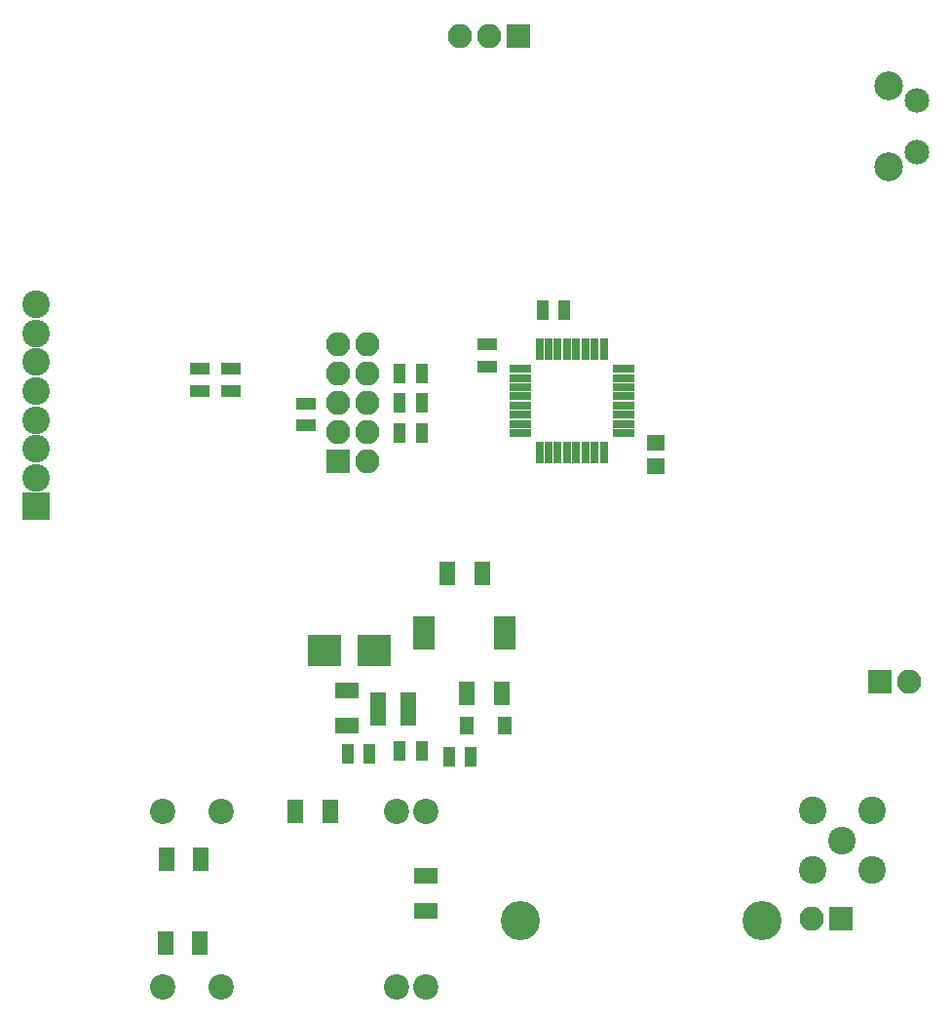
<source format=gbr>
G04 #@! TF.GenerationSoftware,KiCad,Pcbnew,(5.1.2)-1*
G04 #@! TF.CreationDate,2019-12-09T15:18:37+03:00*
G04 #@! TF.ProjectId,controller_board,636f6e74-726f-46c6-9c65-725f626f6172,rev?*
G04 #@! TF.SameCoordinates,Original*
G04 #@! TF.FileFunction,Soldermask,Bot*
G04 #@! TF.FilePolarity,Negative*
%FSLAX46Y46*%
G04 Gerber Fmt 4.6, Leading zero omitted, Abs format (unit mm)*
G04 Created by KiCad (PCBNEW (5.1.2)-1) date 2019-12-09 15:18:37*
%MOMM*%
%LPD*%
G04 APERTURE LIST*
%ADD10C,3.400000*%
%ADD11C,2.400000*%
%ADD12C,2.200000*%
%ADD13O,2.100000X2.100000*%
%ADD14R,2.100000X2.100000*%
%ADD15R,1.400000X2.000000*%
%ADD16R,2.000000X1.400000*%
%ADD17R,1.650000X1.400000*%
%ADD18R,1.400000X1.100000*%
%ADD19R,2.900000X2.700000*%
%ADD20R,1.300000X1.600000*%
%ADD21R,2.400000X2.400000*%
%ADD22R,1.900000X2.900000*%
%ADD23C,2.500000*%
%ADD24C,2.150000*%
%ADD25R,0.800000X1.900000*%
%ADD26R,1.900000X0.800000*%
%ADD27R,1.700000X1.100000*%
%ADD28R,1.100000X1.700000*%
G04 APERTURE END LIST*
D10*
X183000000Y-127000000D03*
X162000000Y-127000000D03*
D11*
X190000000Y-120000000D03*
X187400000Y-122600000D03*
X187400000Y-117400000D03*
X192600000Y-117400000D03*
X192600000Y-122600000D03*
D12*
X130970000Y-132720000D03*
X136050000Y-132720000D03*
X130970000Y-117480000D03*
X136050000Y-117480000D03*
X151290000Y-132720000D03*
X153830000Y-132720000D03*
X151290000Y-117480000D03*
X153830000Y-117480000D03*
D13*
X148770000Y-76920000D03*
X148770000Y-87080000D03*
X146230000Y-84540000D03*
X148770000Y-84540000D03*
X146230000Y-82000000D03*
X148770000Y-82000000D03*
X146230000Y-79460000D03*
X148770000Y-79460000D03*
X146230000Y-76920000D03*
D14*
X146230000Y-87080000D03*
D15*
X134300000Y-121600000D03*
X131300000Y-121600000D03*
X131200000Y-128900000D03*
X134200000Y-128900000D03*
D16*
X147000000Y-110000000D03*
X147000000Y-107000000D03*
D14*
X161900000Y-50200000D03*
D13*
X159360000Y-50200000D03*
X156820000Y-50200000D03*
D16*
X153800000Y-123100000D03*
X153800000Y-126100000D03*
D15*
X142500000Y-117500000D03*
X145500000Y-117500000D03*
D17*
X173800000Y-87500000D03*
X173800000Y-85500000D03*
D15*
X157400000Y-107200000D03*
X160400000Y-107200000D03*
X158700000Y-96800000D03*
X155700000Y-96800000D03*
D18*
X152300000Y-107650000D03*
X152300000Y-108600000D03*
X152300000Y-109550000D03*
X149700000Y-109550000D03*
X149700000Y-107650000D03*
X149700000Y-108600000D03*
D19*
X149350000Y-103500000D03*
X145050000Y-103500000D03*
D20*
X157350000Y-110000000D03*
X160650000Y-110000000D03*
D14*
X189900000Y-126800000D03*
D13*
X187360000Y-126800000D03*
D14*
X193300000Y-106200000D03*
D13*
X195840000Y-106200000D03*
D21*
X120000000Y-91000000D03*
D11*
X120000000Y-88490000D03*
X120000000Y-85990000D03*
X120000000Y-83490000D03*
X120000000Y-80990000D03*
X120000000Y-78490000D03*
X120000000Y-75990000D03*
X120000000Y-73490000D03*
D22*
X160700000Y-102000000D03*
X153700000Y-102000000D03*
D23*
X194010000Y-61510000D03*
D24*
X196500000Y-60250000D03*
X196500000Y-55750000D03*
D23*
X194010000Y-54500000D03*
D25*
X163700000Y-77350000D03*
X164500000Y-77350000D03*
X165300000Y-77350000D03*
X166100000Y-77350000D03*
X166900000Y-77350000D03*
X167700000Y-77350000D03*
X168500000Y-77350000D03*
X169300000Y-77350000D03*
D26*
X171000000Y-79050000D03*
X171000000Y-79850000D03*
X171000000Y-80650000D03*
X171000000Y-81450000D03*
X171000000Y-82250000D03*
X171000000Y-83050000D03*
X171000000Y-83850000D03*
X171000000Y-84650000D03*
D25*
X169300000Y-86350000D03*
X168500000Y-86350000D03*
X167700000Y-86350000D03*
X166900000Y-86350000D03*
X166100000Y-86350000D03*
X165300000Y-86350000D03*
X164500000Y-86350000D03*
X163700000Y-86350000D03*
D26*
X162000000Y-84650000D03*
X162000000Y-83850000D03*
X162000000Y-83050000D03*
X162000000Y-82250000D03*
X162000000Y-81450000D03*
X162000000Y-80650000D03*
X162000000Y-79850000D03*
X162000000Y-79050000D03*
D27*
X134200000Y-79050000D03*
X134200000Y-80950000D03*
X136900000Y-79050000D03*
X136900000Y-80950000D03*
X159200000Y-78850000D03*
X159200000Y-76950000D03*
D28*
X163950000Y-74000000D03*
X165850000Y-74000000D03*
D27*
X143400000Y-82050000D03*
X143400000Y-83950000D03*
D28*
X153450000Y-82000000D03*
X151550000Y-82000000D03*
X153450000Y-79500000D03*
X151550000Y-79500000D03*
X151550000Y-84600000D03*
X153450000Y-84600000D03*
X148950000Y-112500000D03*
X147050000Y-112500000D03*
X155850000Y-112700000D03*
X157750000Y-112700000D03*
X151550000Y-112200000D03*
X153450000Y-112200000D03*
M02*

</source>
